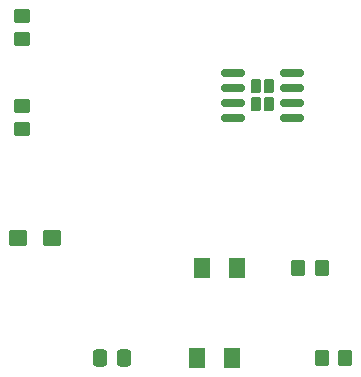
<source format=gbr>
%TF.GenerationSoftware,KiCad,Pcbnew,7.0.8*%
%TF.CreationDate,2023-10-12T16:07:18-07:00*%
%TF.ProjectId,Lab1_555TimerCircuit,4c616231-5f35-4353-9554-696d65724369,rev?*%
%TF.SameCoordinates,Original*%
%TF.FileFunction,Paste,Top*%
%TF.FilePolarity,Positive*%
%FSLAX46Y46*%
G04 Gerber Fmt 4.6, Leading zero omitted, Abs format (unit mm)*
G04 Created by KiCad (PCBNEW 7.0.8) date 2023-10-12 16:07:18*
%MOMM*%
%LPD*%
G01*
G04 APERTURE LIST*
G04 Aperture macros list*
%AMRoundRect*
0 Rectangle with rounded corners*
0 $1 Rounding radius*
0 $2 $3 $4 $5 $6 $7 $8 $9 X,Y pos of 4 corners*
0 Add a 4 corners polygon primitive as box body*
4,1,4,$2,$3,$4,$5,$6,$7,$8,$9,$2,$3,0*
0 Add four circle primitives for the rounded corners*
1,1,$1+$1,$2,$3*
1,1,$1+$1,$4,$5*
1,1,$1+$1,$6,$7*
1,1,$1+$1,$8,$9*
0 Add four rect primitives between the rounded corners*
20,1,$1+$1,$2,$3,$4,$5,0*
20,1,$1+$1,$4,$5,$6,$7,0*
20,1,$1+$1,$6,$7,$8,$9,0*
20,1,$1+$1,$8,$9,$2,$3,0*%
G04 Aperture macros list end*
%ADD10RoundRect,0.150000X-0.825000X-0.150000X0.825000X-0.150000X0.825000X0.150000X-0.825000X0.150000X0*%
%ADD11RoundRect,0.230000X-0.230000X-0.375000X0.230000X-0.375000X0.230000X0.375000X-0.230000X0.375000X0*%
%ADD12RoundRect,0.250000X0.350000X0.450000X-0.350000X0.450000X-0.350000X-0.450000X0.350000X-0.450000X0*%
%ADD13RoundRect,0.250000X-0.350000X-0.450000X0.350000X-0.450000X0.350000X0.450000X-0.350000X0.450000X0*%
%ADD14RoundRect,0.250000X-0.450000X0.350000X-0.450000X-0.350000X0.450000X-0.350000X0.450000X0.350000X0*%
%ADD15RoundRect,0.250001X-0.462499X-0.624999X0.462499X-0.624999X0.462499X0.624999X-0.462499X0.624999X0*%
%ADD16RoundRect,0.250001X0.462499X0.624999X-0.462499X0.624999X-0.462499X-0.624999X0.462499X-0.624999X0*%
%ADD17RoundRect,0.250000X0.337500X0.475000X-0.337500X0.475000X-0.337500X-0.475000X0.337500X-0.475000X0*%
%ADD18RoundRect,0.250000X-0.537500X-0.425000X0.537500X-0.425000X0.537500X0.425000X-0.537500X0.425000X0*%
G04 APERTURE END LIST*
D10*
%TO.C,U1*%
X91440000Y-80010000D03*
X91440000Y-81280000D03*
X91440000Y-82550000D03*
X91440000Y-83820000D03*
X86490000Y-83820000D03*
X86490000Y-82550000D03*
X86490000Y-81280000D03*
X86490000Y-80010000D03*
D11*
X88395000Y-82665000D03*
X89535000Y-81165000D03*
X89535000Y-82665000D03*
X88395000Y-81165000D03*
%TD*%
D12*
%TO.C,R4*%
X95980000Y-104140000D03*
X93980000Y-104140000D03*
%TD*%
D13*
%TO.C,R3*%
X91980000Y-96520000D03*
X93980000Y-96520000D03*
%TD*%
D14*
%TO.C,R2*%
X68580000Y-84820000D03*
X68580000Y-82820000D03*
%TD*%
%TO.C,R1*%
X68580000Y-77200000D03*
X68580000Y-75200000D03*
%TD*%
D15*
%TO.C,D2*%
X86360000Y-104140000D03*
X83385000Y-104140000D03*
%TD*%
D16*
%TO.C,D1*%
X83820000Y-96520000D03*
X86795000Y-96520000D03*
%TD*%
D17*
%TO.C,C2*%
X75162500Y-104140000D03*
X77237500Y-104140000D03*
%TD*%
D18*
%TO.C,C1*%
X71120000Y-93980000D03*
X68245000Y-93980000D03*
%TD*%
M02*

</source>
